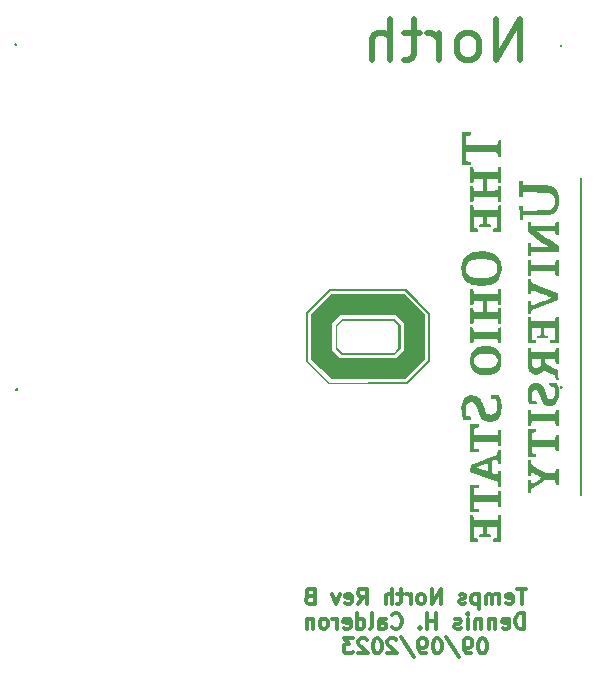
<source format=gbr>
%TF.GenerationSoftware,KiCad,Pcbnew,7.0.7*%
%TF.CreationDate,2023-09-12T23:31:05-05:00*%
%TF.ProjectId,Temps_North_DCT_HSK,54656d70-735f-44e6-9f72-74685f444354,B*%
%TF.SameCoordinates,Original*%
%TF.FileFunction,Legend,Bot*%
%TF.FilePolarity,Positive*%
%FSLAX46Y46*%
G04 Gerber Fmt 4.6, Leading zero omitted, Abs format (unit mm)*
G04 Created by KiCad (PCBNEW 7.0.7) date 2023-09-12 23:31:05*
%MOMM*%
%LPD*%
G01*
G04 APERTURE LIST*
%ADD10C,0.254000*%
%ADD11C,0.500000*%
%ADD12C,0.300000*%
G04 APERTURE END LIST*
D10*
X138861800Y-50927000D02*
G75*
G03*
X138861800Y-50927000I-25400J0D01*
G01*
X92680002Y-50830000D02*
G75*
G03*
X92680002Y-50830000I-1J0D01*
G01*
X92760800Y-80020000D02*
G75*
G03*
X92760800Y-80020000I-25400J0D01*
G01*
X138861800Y-79832200D02*
G75*
G03*
X138861800Y-79832200I-25400J0D01*
G01*
D11*
X135373619Y-52130767D02*
X135373619Y-48630767D01*
X135373619Y-48630767D02*
X133373619Y-52130767D01*
X133373619Y-52130767D02*
X133373619Y-48630767D01*
X131206952Y-52130767D02*
X131540286Y-51964101D01*
X131540286Y-51964101D02*
X131706952Y-51797434D01*
X131706952Y-51797434D02*
X131873619Y-51464101D01*
X131873619Y-51464101D02*
X131873619Y-50464101D01*
X131873619Y-50464101D02*
X131706952Y-50130767D01*
X131706952Y-50130767D02*
X131540286Y-49964101D01*
X131540286Y-49964101D02*
X131206952Y-49797434D01*
X131206952Y-49797434D02*
X130706952Y-49797434D01*
X130706952Y-49797434D02*
X130373619Y-49964101D01*
X130373619Y-49964101D02*
X130206952Y-50130767D01*
X130206952Y-50130767D02*
X130040286Y-50464101D01*
X130040286Y-50464101D02*
X130040286Y-51464101D01*
X130040286Y-51464101D02*
X130206952Y-51797434D01*
X130206952Y-51797434D02*
X130373619Y-51964101D01*
X130373619Y-51964101D02*
X130706952Y-52130767D01*
X130706952Y-52130767D02*
X131206952Y-52130767D01*
X128540285Y-52130767D02*
X128540285Y-49797434D01*
X128540285Y-50464101D02*
X128373619Y-50130767D01*
X128373619Y-50130767D02*
X128206952Y-49964101D01*
X128206952Y-49964101D02*
X127873619Y-49797434D01*
X127873619Y-49797434D02*
X127540285Y-49797434D01*
X126873618Y-49797434D02*
X125540285Y-49797434D01*
X126373618Y-48630767D02*
X126373618Y-51630767D01*
X126373618Y-51630767D02*
X126206952Y-51964101D01*
X126206952Y-51964101D02*
X125873618Y-52130767D01*
X125873618Y-52130767D02*
X125540285Y-52130767D01*
X124373618Y-52130767D02*
X124373618Y-48630767D01*
X122873618Y-52130767D02*
X122873618Y-50297434D01*
X122873618Y-50297434D02*
X123040285Y-49964101D01*
X123040285Y-49964101D02*
X123373618Y-49797434D01*
X123373618Y-49797434D02*
X123873618Y-49797434D01*
X123873618Y-49797434D02*
X124206952Y-49964101D01*
X124206952Y-49964101D02*
X124373618Y-50130767D01*
D12*
X135885970Y-96880404D02*
X135143113Y-96880404D01*
X135514541Y-98180404D02*
X135514541Y-96880404D01*
X134214542Y-98118500D02*
X134338351Y-98180404D01*
X134338351Y-98180404D02*
X134585970Y-98180404D01*
X134585970Y-98180404D02*
X134709780Y-98118500D01*
X134709780Y-98118500D02*
X134771684Y-97994690D01*
X134771684Y-97994690D02*
X134771684Y-97499452D01*
X134771684Y-97499452D02*
X134709780Y-97375642D01*
X134709780Y-97375642D02*
X134585970Y-97313738D01*
X134585970Y-97313738D02*
X134338351Y-97313738D01*
X134338351Y-97313738D02*
X134214542Y-97375642D01*
X134214542Y-97375642D02*
X134152637Y-97499452D01*
X134152637Y-97499452D02*
X134152637Y-97623261D01*
X134152637Y-97623261D02*
X134771684Y-97747071D01*
X133595494Y-98180404D02*
X133595494Y-97313738D01*
X133595494Y-97437547D02*
X133533589Y-97375642D01*
X133533589Y-97375642D02*
X133409779Y-97313738D01*
X133409779Y-97313738D02*
X133224065Y-97313738D01*
X133224065Y-97313738D02*
X133100256Y-97375642D01*
X133100256Y-97375642D02*
X133038351Y-97499452D01*
X133038351Y-97499452D02*
X133038351Y-98180404D01*
X133038351Y-97499452D02*
X132976446Y-97375642D01*
X132976446Y-97375642D02*
X132852637Y-97313738D01*
X132852637Y-97313738D02*
X132666922Y-97313738D01*
X132666922Y-97313738D02*
X132543113Y-97375642D01*
X132543113Y-97375642D02*
X132481208Y-97499452D01*
X132481208Y-97499452D02*
X132481208Y-98180404D01*
X131862161Y-97313738D02*
X131862161Y-98613738D01*
X131862161Y-97375642D02*
X131738351Y-97313738D01*
X131738351Y-97313738D02*
X131490732Y-97313738D01*
X131490732Y-97313738D02*
X131366923Y-97375642D01*
X131366923Y-97375642D02*
X131305018Y-97437547D01*
X131305018Y-97437547D02*
X131243113Y-97561357D01*
X131243113Y-97561357D02*
X131243113Y-97932785D01*
X131243113Y-97932785D02*
X131305018Y-98056595D01*
X131305018Y-98056595D02*
X131366923Y-98118500D01*
X131366923Y-98118500D02*
X131490732Y-98180404D01*
X131490732Y-98180404D02*
X131738351Y-98180404D01*
X131738351Y-98180404D02*
X131862161Y-98118500D01*
X130747875Y-98118500D02*
X130624066Y-98180404D01*
X130624066Y-98180404D02*
X130376447Y-98180404D01*
X130376447Y-98180404D02*
X130252637Y-98118500D01*
X130252637Y-98118500D02*
X130190733Y-97994690D01*
X130190733Y-97994690D02*
X130190733Y-97932785D01*
X130190733Y-97932785D02*
X130252637Y-97808976D01*
X130252637Y-97808976D02*
X130376447Y-97747071D01*
X130376447Y-97747071D02*
X130562161Y-97747071D01*
X130562161Y-97747071D02*
X130685971Y-97685166D01*
X130685971Y-97685166D02*
X130747875Y-97561357D01*
X130747875Y-97561357D02*
X130747875Y-97499452D01*
X130747875Y-97499452D02*
X130685971Y-97375642D01*
X130685971Y-97375642D02*
X130562161Y-97313738D01*
X130562161Y-97313738D02*
X130376447Y-97313738D01*
X130376447Y-97313738D02*
X130252637Y-97375642D01*
X128643114Y-98180404D02*
X128643114Y-96880404D01*
X128643114Y-96880404D02*
X127900257Y-98180404D01*
X127900257Y-98180404D02*
X127900257Y-96880404D01*
X127095494Y-98180404D02*
X127219304Y-98118500D01*
X127219304Y-98118500D02*
X127281209Y-98056595D01*
X127281209Y-98056595D02*
X127343113Y-97932785D01*
X127343113Y-97932785D02*
X127343113Y-97561357D01*
X127343113Y-97561357D02*
X127281209Y-97437547D01*
X127281209Y-97437547D02*
X127219304Y-97375642D01*
X127219304Y-97375642D02*
X127095494Y-97313738D01*
X127095494Y-97313738D02*
X126909780Y-97313738D01*
X126909780Y-97313738D02*
X126785971Y-97375642D01*
X126785971Y-97375642D02*
X126724066Y-97437547D01*
X126724066Y-97437547D02*
X126662161Y-97561357D01*
X126662161Y-97561357D02*
X126662161Y-97932785D01*
X126662161Y-97932785D02*
X126724066Y-98056595D01*
X126724066Y-98056595D02*
X126785971Y-98118500D01*
X126785971Y-98118500D02*
X126909780Y-98180404D01*
X126909780Y-98180404D02*
X127095494Y-98180404D01*
X126105019Y-98180404D02*
X126105019Y-97313738D01*
X126105019Y-97561357D02*
X126043114Y-97437547D01*
X126043114Y-97437547D02*
X125981209Y-97375642D01*
X125981209Y-97375642D02*
X125857400Y-97313738D01*
X125857400Y-97313738D02*
X125733590Y-97313738D01*
X125485971Y-97313738D02*
X124990733Y-97313738D01*
X125300257Y-96880404D02*
X125300257Y-97994690D01*
X125300257Y-97994690D02*
X125238352Y-98118500D01*
X125238352Y-98118500D02*
X125114542Y-98180404D01*
X125114542Y-98180404D02*
X124990733Y-98180404D01*
X124557400Y-98180404D02*
X124557400Y-96880404D01*
X124000257Y-98180404D02*
X124000257Y-97499452D01*
X124000257Y-97499452D02*
X124062162Y-97375642D01*
X124062162Y-97375642D02*
X124185971Y-97313738D01*
X124185971Y-97313738D02*
X124371685Y-97313738D01*
X124371685Y-97313738D02*
X124495495Y-97375642D01*
X124495495Y-97375642D02*
X124557400Y-97437547D01*
X121647877Y-98180404D02*
X122081210Y-97561357D01*
X122390734Y-98180404D02*
X122390734Y-96880404D01*
X122390734Y-96880404D02*
X121895496Y-96880404D01*
X121895496Y-96880404D02*
X121771686Y-96942309D01*
X121771686Y-96942309D02*
X121709781Y-97004214D01*
X121709781Y-97004214D02*
X121647877Y-97128023D01*
X121647877Y-97128023D02*
X121647877Y-97313738D01*
X121647877Y-97313738D02*
X121709781Y-97437547D01*
X121709781Y-97437547D02*
X121771686Y-97499452D01*
X121771686Y-97499452D02*
X121895496Y-97561357D01*
X121895496Y-97561357D02*
X122390734Y-97561357D01*
X120595496Y-98118500D02*
X120719305Y-98180404D01*
X120719305Y-98180404D02*
X120966924Y-98180404D01*
X120966924Y-98180404D02*
X121090734Y-98118500D01*
X121090734Y-98118500D02*
X121152638Y-97994690D01*
X121152638Y-97994690D02*
X121152638Y-97499452D01*
X121152638Y-97499452D02*
X121090734Y-97375642D01*
X121090734Y-97375642D02*
X120966924Y-97313738D01*
X120966924Y-97313738D02*
X120719305Y-97313738D01*
X120719305Y-97313738D02*
X120595496Y-97375642D01*
X120595496Y-97375642D02*
X120533591Y-97499452D01*
X120533591Y-97499452D02*
X120533591Y-97623261D01*
X120533591Y-97623261D02*
X121152638Y-97747071D01*
X120100257Y-97313738D02*
X119790733Y-98180404D01*
X119790733Y-98180404D02*
X119481210Y-97313738D01*
X117562162Y-97499452D02*
X117376448Y-97561357D01*
X117376448Y-97561357D02*
X117314543Y-97623261D01*
X117314543Y-97623261D02*
X117252639Y-97747071D01*
X117252639Y-97747071D02*
X117252639Y-97932785D01*
X117252639Y-97932785D02*
X117314543Y-98056595D01*
X117314543Y-98056595D02*
X117376448Y-98118500D01*
X117376448Y-98118500D02*
X117500258Y-98180404D01*
X117500258Y-98180404D02*
X117995496Y-98180404D01*
X117995496Y-98180404D02*
X117995496Y-96880404D01*
X117995496Y-96880404D02*
X117562162Y-96880404D01*
X117562162Y-96880404D02*
X117438353Y-96942309D01*
X117438353Y-96942309D02*
X117376448Y-97004214D01*
X117376448Y-97004214D02*
X117314543Y-97128023D01*
X117314543Y-97128023D02*
X117314543Y-97251833D01*
X117314543Y-97251833D02*
X117376448Y-97375642D01*
X117376448Y-97375642D02*
X117438353Y-97437547D01*
X117438353Y-97437547D02*
X117562162Y-97499452D01*
X117562162Y-97499452D02*
X117995496Y-97499452D01*
X135700256Y-100273404D02*
X135700256Y-98973404D01*
X135700256Y-98973404D02*
X135390732Y-98973404D01*
X135390732Y-98973404D02*
X135205018Y-99035309D01*
X135205018Y-99035309D02*
X135081208Y-99159119D01*
X135081208Y-99159119D02*
X135019303Y-99282928D01*
X135019303Y-99282928D02*
X134957399Y-99530547D01*
X134957399Y-99530547D02*
X134957399Y-99716261D01*
X134957399Y-99716261D02*
X135019303Y-99963880D01*
X135019303Y-99963880D02*
X135081208Y-100087690D01*
X135081208Y-100087690D02*
X135205018Y-100211500D01*
X135205018Y-100211500D02*
X135390732Y-100273404D01*
X135390732Y-100273404D02*
X135700256Y-100273404D01*
X133905018Y-100211500D02*
X134028827Y-100273404D01*
X134028827Y-100273404D02*
X134276446Y-100273404D01*
X134276446Y-100273404D02*
X134400256Y-100211500D01*
X134400256Y-100211500D02*
X134462160Y-100087690D01*
X134462160Y-100087690D02*
X134462160Y-99592452D01*
X134462160Y-99592452D02*
X134400256Y-99468642D01*
X134400256Y-99468642D02*
X134276446Y-99406738D01*
X134276446Y-99406738D02*
X134028827Y-99406738D01*
X134028827Y-99406738D02*
X133905018Y-99468642D01*
X133905018Y-99468642D02*
X133843113Y-99592452D01*
X133843113Y-99592452D02*
X133843113Y-99716261D01*
X133843113Y-99716261D02*
X134462160Y-99840071D01*
X133285970Y-99406738D02*
X133285970Y-100273404D01*
X133285970Y-99530547D02*
X133224065Y-99468642D01*
X133224065Y-99468642D02*
X133100255Y-99406738D01*
X133100255Y-99406738D02*
X132914541Y-99406738D01*
X132914541Y-99406738D02*
X132790732Y-99468642D01*
X132790732Y-99468642D02*
X132728827Y-99592452D01*
X132728827Y-99592452D02*
X132728827Y-100273404D01*
X132109780Y-99406738D02*
X132109780Y-100273404D01*
X132109780Y-99530547D02*
X132047875Y-99468642D01*
X132047875Y-99468642D02*
X131924065Y-99406738D01*
X131924065Y-99406738D02*
X131738351Y-99406738D01*
X131738351Y-99406738D02*
X131614542Y-99468642D01*
X131614542Y-99468642D02*
X131552637Y-99592452D01*
X131552637Y-99592452D02*
X131552637Y-100273404D01*
X130933590Y-100273404D02*
X130933590Y-99406738D01*
X130933590Y-98973404D02*
X130995494Y-99035309D01*
X130995494Y-99035309D02*
X130933590Y-99097214D01*
X130933590Y-99097214D02*
X130871685Y-99035309D01*
X130871685Y-99035309D02*
X130933590Y-98973404D01*
X130933590Y-98973404D02*
X130933590Y-99097214D01*
X130376446Y-100211500D02*
X130252637Y-100273404D01*
X130252637Y-100273404D02*
X130005018Y-100273404D01*
X130005018Y-100273404D02*
X129881208Y-100211500D01*
X129881208Y-100211500D02*
X129819304Y-100087690D01*
X129819304Y-100087690D02*
X129819304Y-100025785D01*
X129819304Y-100025785D02*
X129881208Y-99901976D01*
X129881208Y-99901976D02*
X130005018Y-99840071D01*
X130005018Y-99840071D02*
X130190732Y-99840071D01*
X130190732Y-99840071D02*
X130314542Y-99778166D01*
X130314542Y-99778166D02*
X130376446Y-99654357D01*
X130376446Y-99654357D02*
X130376446Y-99592452D01*
X130376446Y-99592452D02*
X130314542Y-99468642D01*
X130314542Y-99468642D02*
X130190732Y-99406738D01*
X130190732Y-99406738D02*
X130005018Y-99406738D01*
X130005018Y-99406738D02*
X129881208Y-99468642D01*
X128271685Y-100273404D02*
X128271685Y-98973404D01*
X128271685Y-99592452D02*
X127528828Y-99592452D01*
X127528828Y-100273404D02*
X127528828Y-98973404D01*
X126909780Y-100149595D02*
X126847875Y-100211500D01*
X126847875Y-100211500D02*
X126909780Y-100273404D01*
X126909780Y-100273404D02*
X126971684Y-100211500D01*
X126971684Y-100211500D02*
X126909780Y-100149595D01*
X126909780Y-100149595D02*
X126909780Y-100273404D01*
X124557399Y-100149595D02*
X124619303Y-100211500D01*
X124619303Y-100211500D02*
X124805018Y-100273404D01*
X124805018Y-100273404D02*
X124928827Y-100273404D01*
X124928827Y-100273404D02*
X125114541Y-100211500D01*
X125114541Y-100211500D02*
X125238351Y-100087690D01*
X125238351Y-100087690D02*
X125300256Y-99963880D01*
X125300256Y-99963880D02*
X125362160Y-99716261D01*
X125362160Y-99716261D02*
X125362160Y-99530547D01*
X125362160Y-99530547D02*
X125300256Y-99282928D01*
X125300256Y-99282928D02*
X125238351Y-99159119D01*
X125238351Y-99159119D02*
X125114541Y-99035309D01*
X125114541Y-99035309D02*
X124928827Y-98973404D01*
X124928827Y-98973404D02*
X124805018Y-98973404D01*
X124805018Y-98973404D02*
X124619303Y-99035309D01*
X124619303Y-99035309D02*
X124557399Y-99097214D01*
X123443113Y-100273404D02*
X123443113Y-99592452D01*
X123443113Y-99592452D02*
X123505018Y-99468642D01*
X123505018Y-99468642D02*
X123628827Y-99406738D01*
X123628827Y-99406738D02*
X123876446Y-99406738D01*
X123876446Y-99406738D02*
X124000256Y-99468642D01*
X123443113Y-100211500D02*
X123566922Y-100273404D01*
X123566922Y-100273404D02*
X123876446Y-100273404D01*
X123876446Y-100273404D02*
X124000256Y-100211500D01*
X124000256Y-100211500D02*
X124062160Y-100087690D01*
X124062160Y-100087690D02*
X124062160Y-99963880D01*
X124062160Y-99963880D02*
X124000256Y-99840071D01*
X124000256Y-99840071D02*
X123876446Y-99778166D01*
X123876446Y-99778166D02*
X123566922Y-99778166D01*
X123566922Y-99778166D02*
X123443113Y-99716261D01*
X122638351Y-100273404D02*
X122762161Y-100211500D01*
X122762161Y-100211500D02*
X122824066Y-100087690D01*
X122824066Y-100087690D02*
X122824066Y-98973404D01*
X121585971Y-100273404D02*
X121585971Y-98973404D01*
X121585971Y-100211500D02*
X121709780Y-100273404D01*
X121709780Y-100273404D02*
X121957399Y-100273404D01*
X121957399Y-100273404D02*
X122081209Y-100211500D01*
X122081209Y-100211500D02*
X122143114Y-100149595D01*
X122143114Y-100149595D02*
X122205018Y-100025785D01*
X122205018Y-100025785D02*
X122205018Y-99654357D01*
X122205018Y-99654357D02*
X122143114Y-99530547D01*
X122143114Y-99530547D02*
X122081209Y-99468642D01*
X122081209Y-99468642D02*
X121957399Y-99406738D01*
X121957399Y-99406738D02*
X121709780Y-99406738D01*
X121709780Y-99406738D02*
X121585971Y-99468642D01*
X120471686Y-100211500D02*
X120595495Y-100273404D01*
X120595495Y-100273404D02*
X120843114Y-100273404D01*
X120843114Y-100273404D02*
X120966924Y-100211500D01*
X120966924Y-100211500D02*
X121028828Y-100087690D01*
X121028828Y-100087690D02*
X121028828Y-99592452D01*
X121028828Y-99592452D02*
X120966924Y-99468642D01*
X120966924Y-99468642D02*
X120843114Y-99406738D01*
X120843114Y-99406738D02*
X120595495Y-99406738D01*
X120595495Y-99406738D02*
X120471686Y-99468642D01*
X120471686Y-99468642D02*
X120409781Y-99592452D01*
X120409781Y-99592452D02*
X120409781Y-99716261D01*
X120409781Y-99716261D02*
X121028828Y-99840071D01*
X119852638Y-100273404D02*
X119852638Y-99406738D01*
X119852638Y-99654357D02*
X119790733Y-99530547D01*
X119790733Y-99530547D02*
X119728828Y-99468642D01*
X119728828Y-99468642D02*
X119605019Y-99406738D01*
X119605019Y-99406738D02*
X119481209Y-99406738D01*
X118862161Y-100273404D02*
X118985971Y-100211500D01*
X118985971Y-100211500D02*
X119047876Y-100149595D01*
X119047876Y-100149595D02*
X119109780Y-100025785D01*
X119109780Y-100025785D02*
X119109780Y-99654357D01*
X119109780Y-99654357D02*
X119047876Y-99530547D01*
X119047876Y-99530547D02*
X118985971Y-99468642D01*
X118985971Y-99468642D02*
X118862161Y-99406738D01*
X118862161Y-99406738D02*
X118676447Y-99406738D01*
X118676447Y-99406738D02*
X118552638Y-99468642D01*
X118552638Y-99468642D02*
X118490733Y-99530547D01*
X118490733Y-99530547D02*
X118428828Y-99654357D01*
X118428828Y-99654357D02*
X118428828Y-100025785D01*
X118428828Y-100025785D02*
X118490733Y-100149595D01*
X118490733Y-100149595D02*
X118552638Y-100211500D01*
X118552638Y-100211500D02*
X118676447Y-100273404D01*
X118676447Y-100273404D02*
X118862161Y-100273404D01*
X117871686Y-99406738D02*
X117871686Y-100273404D01*
X117871686Y-99530547D02*
X117809781Y-99468642D01*
X117809781Y-99468642D02*
X117685971Y-99406738D01*
X117685971Y-99406738D02*
X117500257Y-99406738D01*
X117500257Y-99406738D02*
X117376448Y-99468642D01*
X117376448Y-99468642D02*
X117314543Y-99592452D01*
X117314543Y-99592452D02*
X117314543Y-100273404D01*
X132264542Y-101066404D02*
X132140732Y-101066404D01*
X132140732Y-101066404D02*
X132016923Y-101128309D01*
X132016923Y-101128309D02*
X131955018Y-101190214D01*
X131955018Y-101190214D02*
X131893113Y-101314023D01*
X131893113Y-101314023D02*
X131831208Y-101561642D01*
X131831208Y-101561642D02*
X131831208Y-101871166D01*
X131831208Y-101871166D02*
X131893113Y-102118785D01*
X131893113Y-102118785D02*
X131955018Y-102242595D01*
X131955018Y-102242595D02*
X132016923Y-102304500D01*
X132016923Y-102304500D02*
X132140732Y-102366404D01*
X132140732Y-102366404D02*
X132264542Y-102366404D01*
X132264542Y-102366404D02*
X132388351Y-102304500D01*
X132388351Y-102304500D02*
X132450256Y-102242595D01*
X132450256Y-102242595D02*
X132512161Y-102118785D01*
X132512161Y-102118785D02*
X132574065Y-101871166D01*
X132574065Y-101871166D02*
X132574065Y-101561642D01*
X132574065Y-101561642D02*
X132512161Y-101314023D01*
X132512161Y-101314023D02*
X132450256Y-101190214D01*
X132450256Y-101190214D02*
X132388351Y-101128309D01*
X132388351Y-101128309D02*
X132264542Y-101066404D01*
X131212161Y-102366404D02*
X130964542Y-102366404D01*
X130964542Y-102366404D02*
X130840732Y-102304500D01*
X130840732Y-102304500D02*
X130778828Y-102242595D01*
X130778828Y-102242595D02*
X130655018Y-102056880D01*
X130655018Y-102056880D02*
X130593113Y-101809261D01*
X130593113Y-101809261D02*
X130593113Y-101314023D01*
X130593113Y-101314023D02*
X130655018Y-101190214D01*
X130655018Y-101190214D02*
X130716923Y-101128309D01*
X130716923Y-101128309D02*
X130840732Y-101066404D01*
X130840732Y-101066404D02*
X131088351Y-101066404D01*
X131088351Y-101066404D02*
X131212161Y-101128309D01*
X131212161Y-101128309D02*
X131274066Y-101190214D01*
X131274066Y-101190214D02*
X131335970Y-101314023D01*
X131335970Y-101314023D02*
X131335970Y-101623547D01*
X131335970Y-101623547D02*
X131274066Y-101747357D01*
X131274066Y-101747357D02*
X131212161Y-101809261D01*
X131212161Y-101809261D02*
X131088351Y-101871166D01*
X131088351Y-101871166D02*
X130840732Y-101871166D01*
X130840732Y-101871166D02*
X130716923Y-101809261D01*
X130716923Y-101809261D02*
X130655018Y-101747357D01*
X130655018Y-101747357D02*
X130593113Y-101623547D01*
X129107399Y-101004500D02*
X130221685Y-102675928D01*
X128426447Y-101066404D02*
X128302637Y-101066404D01*
X128302637Y-101066404D02*
X128178828Y-101128309D01*
X128178828Y-101128309D02*
X128116923Y-101190214D01*
X128116923Y-101190214D02*
X128055018Y-101314023D01*
X128055018Y-101314023D02*
X127993113Y-101561642D01*
X127993113Y-101561642D02*
X127993113Y-101871166D01*
X127993113Y-101871166D02*
X128055018Y-102118785D01*
X128055018Y-102118785D02*
X128116923Y-102242595D01*
X128116923Y-102242595D02*
X128178828Y-102304500D01*
X128178828Y-102304500D02*
X128302637Y-102366404D01*
X128302637Y-102366404D02*
X128426447Y-102366404D01*
X128426447Y-102366404D02*
X128550256Y-102304500D01*
X128550256Y-102304500D02*
X128612161Y-102242595D01*
X128612161Y-102242595D02*
X128674066Y-102118785D01*
X128674066Y-102118785D02*
X128735970Y-101871166D01*
X128735970Y-101871166D02*
X128735970Y-101561642D01*
X128735970Y-101561642D02*
X128674066Y-101314023D01*
X128674066Y-101314023D02*
X128612161Y-101190214D01*
X128612161Y-101190214D02*
X128550256Y-101128309D01*
X128550256Y-101128309D02*
X128426447Y-101066404D01*
X127374066Y-102366404D02*
X127126447Y-102366404D01*
X127126447Y-102366404D02*
X127002637Y-102304500D01*
X127002637Y-102304500D02*
X126940733Y-102242595D01*
X126940733Y-102242595D02*
X126816923Y-102056880D01*
X126816923Y-102056880D02*
X126755018Y-101809261D01*
X126755018Y-101809261D02*
X126755018Y-101314023D01*
X126755018Y-101314023D02*
X126816923Y-101190214D01*
X126816923Y-101190214D02*
X126878828Y-101128309D01*
X126878828Y-101128309D02*
X127002637Y-101066404D01*
X127002637Y-101066404D02*
X127250256Y-101066404D01*
X127250256Y-101066404D02*
X127374066Y-101128309D01*
X127374066Y-101128309D02*
X127435971Y-101190214D01*
X127435971Y-101190214D02*
X127497875Y-101314023D01*
X127497875Y-101314023D02*
X127497875Y-101623547D01*
X127497875Y-101623547D02*
X127435971Y-101747357D01*
X127435971Y-101747357D02*
X127374066Y-101809261D01*
X127374066Y-101809261D02*
X127250256Y-101871166D01*
X127250256Y-101871166D02*
X127002637Y-101871166D01*
X127002637Y-101871166D02*
X126878828Y-101809261D01*
X126878828Y-101809261D02*
X126816923Y-101747357D01*
X126816923Y-101747357D02*
X126755018Y-101623547D01*
X125269304Y-101004500D02*
X126383590Y-102675928D01*
X124897875Y-101190214D02*
X124835971Y-101128309D01*
X124835971Y-101128309D02*
X124712161Y-101066404D01*
X124712161Y-101066404D02*
X124402637Y-101066404D01*
X124402637Y-101066404D02*
X124278828Y-101128309D01*
X124278828Y-101128309D02*
X124216923Y-101190214D01*
X124216923Y-101190214D02*
X124155018Y-101314023D01*
X124155018Y-101314023D02*
X124155018Y-101437833D01*
X124155018Y-101437833D02*
X124216923Y-101623547D01*
X124216923Y-101623547D02*
X124959780Y-102366404D01*
X124959780Y-102366404D02*
X124155018Y-102366404D01*
X123350257Y-101066404D02*
X123226447Y-101066404D01*
X123226447Y-101066404D02*
X123102638Y-101128309D01*
X123102638Y-101128309D02*
X123040733Y-101190214D01*
X123040733Y-101190214D02*
X122978828Y-101314023D01*
X122978828Y-101314023D02*
X122916923Y-101561642D01*
X122916923Y-101561642D02*
X122916923Y-101871166D01*
X122916923Y-101871166D02*
X122978828Y-102118785D01*
X122978828Y-102118785D02*
X123040733Y-102242595D01*
X123040733Y-102242595D02*
X123102638Y-102304500D01*
X123102638Y-102304500D02*
X123226447Y-102366404D01*
X123226447Y-102366404D02*
X123350257Y-102366404D01*
X123350257Y-102366404D02*
X123474066Y-102304500D01*
X123474066Y-102304500D02*
X123535971Y-102242595D01*
X123535971Y-102242595D02*
X123597876Y-102118785D01*
X123597876Y-102118785D02*
X123659780Y-101871166D01*
X123659780Y-101871166D02*
X123659780Y-101561642D01*
X123659780Y-101561642D02*
X123597876Y-101314023D01*
X123597876Y-101314023D02*
X123535971Y-101190214D01*
X123535971Y-101190214D02*
X123474066Y-101128309D01*
X123474066Y-101128309D02*
X123350257Y-101066404D01*
X122421685Y-101190214D02*
X122359781Y-101128309D01*
X122359781Y-101128309D02*
X122235971Y-101066404D01*
X122235971Y-101066404D02*
X121926447Y-101066404D01*
X121926447Y-101066404D02*
X121802638Y-101128309D01*
X121802638Y-101128309D02*
X121740733Y-101190214D01*
X121740733Y-101190214D02*
X121678828Y-101314023D01*
X121678828Y-101314023D02*
X121678828Y-101437833D01*
X121678828Y-101437833D02*
X121740733Y-101623547D01*
X121740733Y-101623547D02*
X122483590Y-102366404D01*
X122483590Y-102366404D02*
X121678828Y-102366404D01*
X121245495Y-101066404D02*
X120440733Y-101066404D01*
X120440733Y-101066404D02*
X120874067Y-101561642D01*
X120874067Y-101561642D02*
X120688352Y-101561642D01*
X120688352Y-101561642D02*
X120564543Y-101623547D01*
X120564543Y-101623547D02*
X120502638Y-101685452D01*
X120502638Y-101685452D02*
X120440733Y-101809261D01*
X120440733Y-101809261D02*
X120440733Y-102118785D01*
X120440733Y-102118785D02*
X120502638Y-102242595D01*
X120502638Y-102242595D02*
X120564543Y-102304500D01*
X120564543Y-102304500D02*
X120688352Y-102366404D01*
X120688352Y-102366404D02*
X121059781Y-102366404D01*
X121059781Y-102366404D02*
X121183590Y-102304500D01*
X121183590Y-102304500D02*
X121245495Y-102242595D01*
%TO.C,G\u002A\u002A\u002A*%
G36*
X140615600Y-88994886D02*
G01*
X140420964Y-88994886D01*
X140420964Y-62135115D01*
X140615600Y-62135115D01*
X140615600Y-88994886D01*
G37*
G36*
X131889419Y-88337719D02*
G01*
X131694783Y-88359739D01*
X131500147Y-88381760D01*
X131500147Y-88962446D01*
X133475725Y-88962446D01*
X133497745Y-88767810D01*
X133519766Y-88573174D01*
X133770900Y-88573174D01*
X133770900Y-89935626D01*
X133519766Y-89935626D01*
X133497745Y-89740990D01*
X133475725Y-89546354D01*
X131500147Y-89546354D01*
X131500147Y-90127041D01*
X131694783Y-90149061D01*
X131889419Y-90171082D01*
X131889419Y-90422216D01*
X131175754Y-90422216D01*
X131175754Y-88086584D01*
X131889419Y-88086584D01*
X131889419Y-88337719D01*
G37*
G36*
X136339978Y-69433966D02*
G01*
X138340871Y-69433966D01*
X138361500Y-69279879D01*
X138371162Y-69210296D01*
X138389159Y-69117219D01*
X138414072Y-69067760D01*
X138455302Y-69048169D01*
X138522245Y-69044694D01*
X138636801Y-69044694D01*
X138636801Y-70411063D01*
X138515153Y-70400994D01*
X138500668Y-70399782D01*
X138438129Y-70390504D01*
X138402972Y-70365644D01*
X138382870Y-70309007D01*
X138365494Y-70204400D01*
X138337482Y-70017874D01*
X136339978Y-70017874D01*
X136294798Y-70407146D01*
X136041654Y-70407146D01*
X136041654Y-69044694D01*
X136294798Y-69044694D01*
X136339978Y-69433966D01*
G37*
G36*
X125676881Y-71544923D02*
G01*
X125774604Y-71544959D01*
X126772114Y-72520647D01*
X127769623Y-73496334D01*
X127769623Y-77592073D01*
X126772310Y-78589775D01*
X125774997Y-79587478D01*
X119204963Y-79587478D01*
X117226839Y-77631990D01*
X117226839Y-77560439D01*
X117421475Y-77560439D01*
X118359676Y-78498221D01*
X119297877Y-79436004D01*
X125709725Y-79392180D01*
X127574987Y-77528000D01*
X127574987Y-73602008D01*
X125676881Y-71704720D01*
X119286317Y-71704720D01*
X117421475Y-73570394D01*
X117421475Y-77560439D01*
X117226839Y-77560439D01*
X117226839Y-73505495D01*
X118207930Y-72524009D01*
X119189020Y-71542523D01*
X125676881Y-71544923D01*
G37*
G36*
X124669921Y-74007912D02*
G01*
X124735190Y-74007912D01*
X125003492Y-74274821D01*
X125271794Y-74541729D01*
X125271794Y-76591551D01*
X125000024Y-76856820D01*
X124728253Y-77122089D01*
X120300649Y-77122089D01*
X119757107Y-76591551D01*
X119757107Y-76491262D01*
X119919304Y-76491262D01*
X120139084Y-76709357D01*
X120358863Y-76927453D01*
X124673541Y-76927453D01*
X124875350Y-76723834D01*
X125077158Y-76520215D01*
X125077158Y-74606166D01*
X124873540Y-74404357D01*
X124669921Y-74202548D01*
X120355495Y-74202548D01*
X120137400Y-74422328D01*
X119919304Y-74642108D01*
X119919304Y-76491262D01*
X119757107Y-76491262D01*
X119757107Y-74544517D01*
X120024016Y-74276214D01*
X120290924Y-74007912D01*
X124669921Y-74007912D01*
G37*
G36*
X124832804Y-71931795D02*
G01*
X125579534Y-71931795D01*
X126463723Y-72815546D01*
X127347912Y-73699296D01*
X127347912Y-77427495D01*
X125614008Y-79165767D01*
X119416937Y-79165767D01*
X118548963Y-78298240D01*
X117680990Y-77430713D01*
X117680990Y-76685264D01*
X119465153Y-76685264D01*
X119814406Y-77033434D01*
X120163658Y-77381603D01*
X124867462Y-77381603D01*
X125199386Y-77048546D01*
X125531309Y-76715489D01*
X125531309Y-74412298D01*
X125182057Y-74064128D01*
X124832804Y-73715958D01*
X120193980Y-73715958D01*
X119829567Y-74081408D01*
X119465153Y-74446859D01*
X119465153Y-76685264D01*
X117680990Y-76685264D01*
X117680990Y-73700173D01*
X118564741Y-72815984D01*
X119448491Y-71931795D01*
X124832804Y-71931795D01*
G37*
G36*
X136755319Y-83636025D02*
G01*
X136366047Y-83681205D01*
X136366047Y-84258743D01*
X138337482Y-84258743D01*
X138365494Y-84072216D01*
X138368838Y-84050008D01*
X138385804Y-83954847D01*
X138407627Y-83904859D01*
X138446634Y-83883848D01*
X138515153Y-83875622D01*
X138636801Y-83865554D01*
X138636801Y-85235839D01*
X138515153Y-85225771D01*
X138500668Y-85224558D01*
X138438129Y-85215280D01*
X138402972Y-85190420D01*
X138382870Y-85133784D01*
X138365494Y-85029177D01*
X138337482Y-84842651D01*
X136366047Y-84842651D01*
X136366047Y-85423337D01*
X136560683Y-85445358D01*
X136755319Y-85467378D01*
X136755319Y-85718513D01*
X136041654Y-85718513D01*
X136041654Y-83382880D01*
X136755319Y-83382880D01*
X136755319Y-83636025D01*
G37*
G36*
X138636801Y-83094843D02*
G01*
X138515153Y-83084775D01*
X138500157Y-83083519D01*
X138437891Y-83074214D01*
X138402872Y-83049260D01*
X138382812Y-82992484D01*
X138365425Y-82887717D01*
X138337345Y-82700728D01*
X137343586Y-82709301D01*
X136349828Y-82717874D01*
X136290668Y-83090926D01*
X136040338Y-83090926D01*
X136057874Y-81744694D01*
X136171411Y-81744694D01*
X136184658Y-81744708D01*
X136243189Y-81748861D01*
X136276310Y-81771087D01*
X136295680Y-81826752D01*
X136312961Y-81931220D01*
X136340973Y-82117746D01*
X138340871Y-82117746D01*
X138361500Y-81963660D01*
X138371162Y-81894076D01*
X138389159Y-81800999D01*
X138414072Y-81751540D01*
X138455302Y-81731949D01*
X138522245Y-81728474D01*
X138636801Y-81728474D01*
X138636801Y-83094843D01*
G37*
G36*
X133770900Y-76116469D02*
G01*
X133520423Y-76116469D01*
X133501121Y-75953500D01*
X133493390Y-75896215D01*
X133477176Y-75807526D01*
X133462249Y-75758864D01*
X133431594Y-75750546D01*
X133339873Y-75742526D01*
X133191951Y-75736036D01*
X132992410Y-75731222D01*
X132745833Y-75728227D01*
X132456804Y-75727197D01*
X131470929Y-75727197D01*
X131448909Y-75921833D01*
X131426888Y-76116469D01*
X131175754Y-76116469D01*
X131175754Y-74750101D01*
X131297401Y-74760169D01*
X131311886Y-74761381D01*
X131374425Y-74770659D01*
X131409582Y-74795520D01*
X131429684Y-74852156D01*
X131447060Y-74956763D01*
X131475072Y-75143289D01*
X133471582Y-75143289D01*
X133499594Y-74956763D01*
X133502938Y-74934555D01*
X133519904Y-74839394D01*
X133541727Y-74789405D01*
X133580734Y-74768395D01*
X133649253Y-74760169D01*
X133770900Y-74750101D01*
X133770900Y-76116469D01*
G37*
G36*
X131889419Y-83089457D02*
G01*
X131889227Y-83119698D01*
X131880675Y-83188192D01*
X131846179Y-83220115D01*
X131767771Y-83237303D01*
X131689278Y-83249552D01*
X131589877Y-83268031D01*
X131533006Y-83294263D01*
X131506923Y-83342492D01*
X131499884Y-83426962D01*
X131500147Y-83561915D01*
X131500147Y-83837031D01*
X133474278Y-83837031D01*
X133496570Y-83658615D01*
X133518861Y-83480198D01*
X133770900Y-83480198D01*
X133770900Y-84810211D01*
X133518861Y-84810211D01*
X133496570Y-84631795D01*
X133474278Y-84453379D01*
X131500147Y-84453379D01*
X131500147Y-84730131D01*
X131500091Y-84795184D01*
X131502862Y-84910069D01*
X131517782Y-84979584D01*
X131554841Y-85017444D01*
X131624027Y-85037368D01*
X131735332Y-85053072D01*
X131889419Y-85073701D01*
X131889419Y-85329241D01*
X131175754Y-85329241D01*
X131175754Y-82961169D01*
X131889419Y-82961169D01*
X131889419Y-83089457D01*
G37*
G36*
X131297401Y-90655443D02*
G01*
X131311886Y-90656656D01*
X131374425Y-90665934D01*
X131409582Y-90690794D01*
X131429684Y-90747431D01*
X131447060Y-90852038D01*
X131475072Y-91038564D01*
X133475725Y-91038564D01*
X133497745Y-90843928D01*
X133519766Y-90649292D01*
X133770900Y-90649292D01*
X133770900Y-92887606D01*
X133089674Y-92887606D01*
X133089674Y-92633040D01*
X133259981Y-92605968D01*
X133430287Y-92578896D01*
X133448241Y-91622472D01*
X132570645Y-91622472D01*
X132570645Y-92230461D01*
X132732842Y-92251977D01*
X132815118Y-92264210D01*
X132870561Y-92283085D01*
X132891680Y-92319094D01*
X132895038Y-92385913D01*
X132895038Y-92498334D01*
X131921858Y-92498334D01*
X131921858Y-92389359D01*
X131924413Y-92331188D01*
X131942944Y-92292731D01*
X131993510Y-92270497D01*
X132092165Y-92251491D01*
X132262471Y-92222599D01*
X132271798Y-91922536D01*
X132281126Y-91622472D01*
X131498413Y-91622472D01*
X131516367Y-92578896D01*
X131686673Y-92605968D01*
X131856980Y-92633040D01*
X131856980Y-92887606D01*
X131175754Y-92887606D01*
X131175754Y-90645375D01*
X131297401Y-90655443D01*
G37*
G36*
X133770900Y-66644183D02*
G01*
X133089674Y-66644183D01*
X133089674Y-66389337D01*
X133268091Y-66367045D01*
X133446507Y-66344754D01*
X133446507Y-65379049D01*
X132570645Y-65379049D01*
X132570645Y-65989308D01*
X132732842Y-66011616D01*
X132813667Y-66024019D01*
X132869910Y-66043078D01*
X132891515Y-66078692D01*
X132895038Y-66144417D01*
X132895038Y-66254911D01*
X131917748Y-66254911D01*
X131927913Y-66151037D01*
X131933404Y-66110154D01*
X131953992Y-66064502D01*
X132003803Y-66036755D01*
X132100275Y-66012941D01*
X132262471Y-65978718D01*
X132262471Y-65395269D01*
X131881309Y-65386129D01*
X131500147Y-65376990D01*
X131500147Y-66344754D01*
X131678563Y-66367045D01*
X131856980Y-66389337D01*
X131856980Y-66644183D01*
X131175754Y-66644183D01*
X131175754Y-64401953D01*
X131297401Y-64412021D01*
X131311886Y-64413233D01*
X131374425Y-64422511D01*
X131409582Y-64447372D01*
X131429684Y-64504008D01*
X131447060Y-64608615D01*
X131475072Y-64795141D01*
X133471582Y-64795141D01*
X133499594Y-64608615D01*
X133502938Y-64586406D01*
X133519904Y-64491246D01*
X133541727Y-64441257D01*
X133580734Y-64420247D01*
X133649253Y-64412021D01*
X133770900Y-64401953D01*
X133770900Y-66644183D01*
G37*
G36*
X138636801Y-76084030D02*
G01*
X137955575Y-76084030D01*
X137955575Y-75829184D01*
X138312407Y-75784600D01*
X138312407Y-74818896D01*
X137436545Y-74818896D01*
X137436545Y-75433009D01*
X137598742Y-75454525D01*
X137679066Y-75466446D01*
X137735598Y-75485143D01*
X137757365Y-75520337D01*
X137760939Y-75585399D01*
X137760939Y-75694758D01*
X136783648Y-75694758D01*
X136793813Y-75590884D01*
X136799304Y-75550001D01*
X136819892Y-75504349D01*
X136869703Y-75476602D01*
X136966175Y-75452788D01*
X137128372Y-75418565D01*
X137128372Y-74835115D01*
X136747210Y-74825976D01*
X136366047Y-74816837D01*
X136366047Y-75784600D01*
X136544464Y-75806892D01*
X136722880Y-75829184D01*
X136722880Y-76084030D01*
X136040802Y-76084030D01*
X136049338Y-74972983D01*
X136057874Y-73861935D01*
X136171411Y-73861935D01*
X136184658Y-73861949D01*
X136243189Y-73866102D01*
X136276310Y-73888329D01*
X136295680Y-73943993D01*
X136312961Y-74048462D01*
X136340973Y-74234988D01*
X138340871Y-74234988D01*
X138361500Y-74080901D01*
X138371162Y-74011318D01*
X138389159Y-73918241D01*
X138414072Y-73868782D01*
X138455302Y-73849190D01*
X138522245Y-73845716D01*
X138636801Y-73845716D01*
X138636801Y-76084030D01*
G37*
G36*
X138636801Y-66972493D02*
G01*
X138515153Y-66962425D01*
X138500668Y-66961212D01*
X138438129Y-66951934D01*
X138402972Y-66927074D01*
X138382870Y-66870437D01*
X138365494Y-66765831D01*
X138337482Y-66579304D01*
X136803978Y-66581638D01*
X136895965Y-66656894D01*
X136909143Y-66667218D01*
X136976869Y-66717493D01*
X137087452Y-66797726D01*
X137233524Y-66902636D01*
X137407714Y-67026943D01*
X137602656Y-67165366D01*
X137810979Y-67312624D01*
X138634007Y-67893098D01*
X138636801Y-68363468D01*
X136339978Y-68363468D01*
X136294798Y-68752740D01*
X136041654Y-68752740D01*
X136041654Y-67584924D01*
X136294798Y-67584924D01*
X136339978Y-67974196D01*
X137807814Y-67974196D01*
X137592848Y-67820109D01*
X137542066Y-67783692D01*
X137426191Y-67700542D01*
X137274598Y-67591722D01*
X137097623Y-67464654D01*
X136905600Y-67326755D01*
X136708866Y-67185448D01*
X136039850Y-66704874D01*
X136057874Y-65816980D01*
X136171411Y-65816980D01*
X136184658Y-65816994D01*
X136243189Y-65821147D01*
X136276310Y-65843373D01*
X136295680Y-65899038D01*
X136312961Y-66003506D01*
X136340973Y-66190032D01*
X138340871Y-66190032D01*
X138361500Y-66035946D01*
X138371162Y-65966363D01*
X138389159Y-65873285D01*
X138414072Y-65823826D01*
X138455302Y-65804235D01*
X138522245Y-65800760D01*
X138636801Y-65800760D01*
X138636801Y-66972493D01*
G37*
G36*
X136315733Y-86154427D02*
G01*
X136337772Y-86330827D01*
X136935945Y-86722115D01*
X137534117Y-87113404D01*
X138337482Y-87113404D01*
X138365494Y-86926878D01*
X138368838Y-86904670D01*
X138385804Y-86809509D01*
X138407627Y-86759520D01*
X138446634Y-86738510D01*
X138515153Y-86730284D01*
X138636801Y-86720216D01*
X138636801Y-88086584D01*
X138522245Y-88086584D01*
X138483918Y-88085955D01*
X138431414Y-88075883D01*
X138399775Y-88042600D01*
X138379604Y-87972356D01*
X138361500Y-87851399D01*
X138340871Y-87697312D01*
X137500747Y-87697312D01*
X136919324Y-88071866D01*
X136337901Y-88446421D01*
X136315797Y-88623335D01*
X136293693Y-88800250D01*
X136041654Y-88800250D01*
X136041654Y-87664873D01*
X136290668Y-87664873D01*
X136320248Y-87842959D01*
X136349828Y-88021044D01*
X136690441Y-87807827D01*
X136827346Y-87722043D01*
X136952327Y-87643574D01*
X137049834Y-87582191D01*
X137106099Y-87546547D01*
X137117807Y-87538870D01*
X137139530Y-87519273D01*
X137140244Y-87497046D01*
X137113194Y-87465761D01*
X137051627Y-87418992D01*
X136948789Y-87350312D01*
X136797926Y-87253295D01*
X136753008Y-87224620D01*
X136615888Y-87137922D01*
X136500109Y-87065940D01*
X136416727Y-87015498D01*
X136376798Y-86993419D01*
X136362428Y-86995727D01*
X136336834Y-87047474D01*
X136316292Y-87159606D01*
X136293693Y-87340479D01*
X136041654Y-87340479D01*
X136041654Y-85978027D01*
X136293693Y-85978027D01*
X136315733Y-86154427D01*
G37*
G36*
X131208193Y-58371534D02*
G01*
X131208203Y-58382732D01*
X131206071Y-58445079D01*
X131190984Y-58484491D01*
X131150199Y-58509473D01*
X131070975Y-58528531D01*
X130940568Y-58550170D01*
X130818921Y-58569728D01*
X130818921Y-59312893D01*
X132130528Y-59312893D01*
X132215341Y-59312922D01*
X132529662Y-59313392D01*
X132786469Y-59313606D01*
X132991691Y-59312473D01*
X133151256Y-59308901D01*
X133271094Y-59301798D01*
X133357134Y-59290072D01*
X133415305Y-59272631D01*
X133451536Y-59248384D01*
X133471757Y-59216238D01*
X133481897Y-59175101D01*
X133487884Y-59123882D01*
X133495648Y-59061488D01*
X133504133Y-59010382D01*
X133523909Y-58950242D01*
X133564105Y-58927291D01*
X133643994Y-58923621D01*
X133770900Y-58923621D01*
X133770900Y-60318513D01*
X133643994Y-60318513D01*
X133596861Y-60317929D01*
X133539741Y-60306606D01*
X133512427Y-60266815D01*
X133495648Y-60180645D01*
X133493301Y-60164565D01*
X133486506Y-60104958D01*
X133480062Y-60056262D01*
X133468040Y-60017387D01*
X133444511Y-59987240D01*
X133403546Y-59964729D01*
X133339215Y-59948762D01*
X133245590Y-59938247D01*
X133116742Y-59932093D01*
X132946740Y-59929207D01*
X132729657Y-59928498D01*
X132459563Y-59928873D01*
X132130528Y-59929241D01*
X130818921Y-59929241D01*
X130818921Y-60301675D01*
X130818589Y-60392719D01*
X130818974Y-60525142D01*
X130827028Y-60610825D01*
X130850282Y-60661642D01*
X130896267Y-60689463D01*
X130972511Y-60706160D01*
X131086545Y-60723605D01*
X131115193Y-60728414D01*
X131178838Y-60747665D01*
X131203849Y-60788065D01*
X131208193Y-60871451D01*
X131208193Y-60999739D01*
X130462088Y-60999739D01*
X130462088Y-58242395D01*
X131208193Y-58242395D01*
X131208193Y-58371534D01*
G37*
G36*
X136320248Y-70817151D02*
G01*
X136349828Y-71000080D01*
X137436545Y-71410496D01*
X137667769Y-71497834D01*
X137905017Y-71587474D01*
X138117977Y-71667967D01*
X138299367Y-71736558D01*
X138441906Y-71790493D01*
X138538312Y-71827020D01*
X138581303Y-71843384D01*
X138593969Y-71849311D01*
X138617096Y-71873977D01*
X138629386Y-71923274D01*
X138632966Y-72010566D01*
X138629962Y-72149219D01*
X138620581Y-72432582D01*
X137485204Y-72858162D01*
X136349828Y-73283741D01*
X136320248Y-73467410D01*
X136290668Y-73651080D01*
X136040122Y-73651080D01*
X136048998Y-73091501D01*
X136057874Y-72531923D01*
X136171024Y-72531923D01*
X136234637Y-72535304D01*
X136271515Y-72555784D01*
X136294455Y-72608937D01*
X136316255Y-72710339D01*
X136333874Y-72784891D01*
X136359962Y-72857301D01*
X136382879Y-72883013D01*
X136394250Y-72880047D01*
X136460084Y-72858405D01*
X136571492Y-72819335D01*
X136718786Y-72766431D01*
X136892277Y-72703286D01*
X137082276Y-72633494D01*
X137279097Y-72560648D01*
X137473050Y-72488342D01*
X137654446Y-72420169D01*
X137813598Y-72359723D01*
X137940816Y-72310598D01*
X138026413Y-72276387D01*
X138060701Y-72260683D01*
X138044077Y-72249468D01*
X137975853Y-72218394D01*
X137863709Y-72171427D01*
X137716881Y-72112112D01*
X137544605Y-72043992D01*
X137356116Y-71970612D01*
X137160649Y-71895516D01*
X136967440Y-71822249D01*
X136785723Y-71754356D01*
X136624735Y-71695380D01*
X136493710Y-71648866D01*
X136401884Y-71618358D01*
X136358493Y-71607402D01*
X136348120Y-71623481D01*
X136331481Y-71688285D01*
X136315985Y-71785818D01*
X136293693Y-71964234D01*
X136041654Y-71964234D01*
X136041654Y-70634221D01*
X136290668Y-70634221D01*
X136320248Y-70817151D01*
G37*
G36*
X131297401Y-61200526D02*
G01*
X131311886Y-61201739D01*
X131374425Y-61211017D01*
X131409582Y-61235877D01*
X131429684Y-61292514D01*
X131447060Y-61397121D01*
X131475072Y-61583647D01*
X133475725Y-61583647D01*
X133497745Y-61389011D01*
X133519766Y-61194375D01*
X133770900Y-61194375D01*
X133770900Y-62560743D01*
X133649253Y-62550675D01*
X133634768Y-62549462D01*
X133572229Y-62540184D01*
X133537072Y-62515324D01*
X133516970Y-62458688D01*
X133499594Y-62354081D01*
X133471582Y-62167555D01*
X132570645Y-62167555D01*
X132570645Y-63173174D01*
X133006662Y-63173174D01*
X133030543Y-63173132D01*
X133196526Y-63170293D01*
X133331278Y-63163557D01*
X133423589Y-63153702D01*
X133462249Y-63141508D01*
X133470056Y-63120995D01*
X133486301Y-63047154D01*
X133501121Y-62946872D01*
X133520423Y-62783902D01*
X133770900Y-62783902D01*
X133770900Y-64150271D01*
X133649253Y-64140203D01*
X133634768Y-64138990D01*
X133572229Y-64129712D01*
X133537072Y-64104852D01*
X133516970Y-64048215D01*
X133499594Y-63943608D01*
X133471582Y-63757082D01*
X131475072Y-63757082D01*
X131447060Y-63943608D01*
X131443716Y-63965817D01*
X131426750Y-64060977D01*
X131404927Y-64110966D01*
X131365920Y-64131976D01*
X131297401Y-64140203D01*
X131175754Y-64150271D01*
X131175754Y-62779986D01*
X131297401Y-62790054D01*
X131311886Y-62791266D01*
X131374425Y-62800544D01*
X131409582Y-62825405D01*
X131429684Y-62882041D01*
X131447060Y-62986648D01*
X131475072Y-63173174D01*
X132246252Y-63173174D01*
X132246252Y-62167555D01*
X131475072Y-62167555D01*
X131447060Y-62354081D01*
X131443716Y-62376289D01*
X131426750Y-62471450D01*
X131404927Y-62521438D01*
X131365920Y-62542449D01*
X131297401Y-62550675D01*
X131175754Y-62560743D01*
X131175754Y-61190458D01*
X131297401Y-61200526D01*
G37*
G36*
X131297401Y-71516235D02*
G01*
X131311886Y-71517448D01*
X131374425Y-71526726D01*
X131409582Y-71551586D01*
X131429684Y-71608223D01*
X131447060Y-71712829D01*
X131475072Y-71899356D01*
X133475725Y-71899356D01*
X133497745Y-71704720D01*
X133519766Y-71510084D01*
X133770900Y-71510084D01*
X133770900Y-72876452D01*
X133649253Y-72866384D01*
X133634768Y-72865171D01*
X133572229Y-72855893D01*
X133537072Y-72831033D01*
X133516970Y-72774397D01*
X133499594Y-72669790D01*
X133471582Y-72483264D01*
X132570645Y-72483264D01*
X132570645Y-73488883D01*
X133006662Y-73488883D01*
X133030543Y-73488841D01*
X133196526Y-73486002D01*
X133331278Y-73479266D01*
X133423589Y-73469411D01*
X133462249Y-73457216D01*
X133470056Y-73436704D01*
X133486301Y-73362862D01*
X133501121Y-73262580D01*
X133520423Y-73099611D01*
X133770900Y-73099611D01*
X133770900Y-74465979D01*
X133649253Y-74455911D01*
X133634768Y-74454699D01*
X133572229Y-74445421D01*
X133537072Y-74420561D01*
X133516970Y-74363924D01*
X133499594Y-74259317D01*
X133471582Y-74072791D01*
X131475072Y-74072791D01*
X131447060Y-74259317D01*
X131443716Y-74281526D01*
X131426750Y-74376686D01*
X131404927Y-74426675D01*
X131365920Y-74447685D01*
X131297401Y-74455911D01*
X131175754Y-74465979D01*
X131175754Y-73095695D01*
X131295834Y-73105763D01*
X131297329Y-73105888D01*
X131365618Y-73114919D01*
X131404821Y-73138322D01*
X131428426Y-73192598D01*
X131449921Y-73294247D01*
X131483927Y-73472663D01*
X131865089Y-73481803D01*
X132246252Y-73490942D01*
X132246252Y-72483264D01*
X131475072Y-72483264D01*
X131447060Y-72669790D01*
X131443716Y-72691998D01*
X131426750Y-72787159D01*
X131404927Y-72837147D01*
X131365920Y-72858158D01*
X131297401Y-72866384D01*
X131175754Y-72876452D01*
X131175754Y-71506167D01*
X131297401Y-71516235D01*
G37*
G36*
X133770900Y-86306337D02*
G01*
X133649386Y-86296269D01*
X133582325Y-86288174D01*
X133541260Y-86266508D01*
X133518809Y-86214767D01*
X133500935Y-86115894D01*
X133489318Y-86056210D01*
X133462442Y-85975613D01*
X133433324Y-85945588D01*
X133392187Y-85954623D01*
X133306980Y-85982897D01*
X133200613Y-86023717D01*
X133008576Y-86101846D01*
X133008576Y-87088287D01*
X133235651Y-87178713D01*
X133462727Y-87269139D01*
X133495928Y-87085844D01*
X133498297Y-87072785D01*
X133518522Y-86974962D01*
X133541907Y-86923150D01*
X133581417Y-86901078D01*
X133650014Y-86892480D01*
X133770900Y-86882412D01*
X133770900Y-88252697D01*
X133649253Y-88242629D01*
X133639754Y-88241838D01*
X133574551Y-88232789D01*
X133538047Y-88208808D01*
X133517519Y-88153479D01*
X133500240Y-88050385D01*
X133472874Y-87868208D01*
X132819014Y-87615718D01*
X132602524Y-87532039D01*
X132349176Y-87433956D01*
X132095698Y-87335683D01*
X131862312Y-87245060D01*
X131669242Y-87169929D01*
X131173330Y-86976629D01*
X131182652Y-86696545D01*
X131186052Y-86594375D01*
X131727222Y-86594375D01*
X131731216Y-86598197D01*
X131778923Y-86621509D01*
X131870511Y-86659906D01*
X131993318Y-86708628D01*
X132134678Y-86762914D01*
X132281927Y-86818006D01*
X132422402Y-86869141D01*
X132543437Y-86911560D01*
X132632369Y-86940502D01*
X132676532Y-86951207D01*
X132684816Y-86928922D01*
X132692891Y-86853643D01*
X132698379Y-86737763D01*
X132700402Y-86594375D01*
X132698912Y-86470548D01*
X132693876Y-86349828D01*
X132686124Y-86267796D01*
X132676532Y-86237542D01*
X132666363Y-86239043D01*
X132604346Y-86256975D01*
X132502195Y-86291402D01*
X132372576Y-86337564D01*
X132228153Y-86390699D01*
X132081589Y-86446048D01*
X131945550Y-86498851D01*
X131832700Y-86544346D01*
X131755702Y-86577774D01*
X131727222Y-86594375D01*
X131186052Y-86594375D01*
X131191973Y-86416461D01*
X132327350Y-85977287D01*
X132676532Y-85842221D01*
X133462727Y-85538114D01*
X133521887Y-85167044D01*
X133770900Y-85167044D01*
X133770900Y-86306337D01*
G37*
G36*
X132294737Y-68322336D02*
G01*
X132657469Y-68361026D01*
X132970270Y-68440847D01*
X133233533Y-68562069D01*
X133447653Y-68724965D01*
X133613023Y-68929805D01*
X133730037Y-69176862D01*
X133799090Y-69466405D01*
X133811311Y-69591793D01*
X133816974Y-69761700D01*
X133812524Y-69920556D01*
X133789909Y-70117005D01*
X133716594Y-70405277D01*
X133597538Y-70649442D01*
X133431670Y-70850420D01*
X133217921Y-71009133D01*
X132955221Y-71126501D01*
X132642501Y-71203445D01*
X132278691Y-71240885D01*
X131949670Y-71241419D01*
X131604440Y-71205036D01*
X131299184Y-71130343D01*
X131037893Y-71018702D01*
X130824558Y-70871473D01*
X130663171Y-70690018D01*
X130567321Y-70521244D01*
X130473316Y-70262880D01*
X130422361Y-69984909D01*
X130414038Y-69710364D01*
X130781141Y-69710364D01*
X130782790Y-69891318D01*
X130815574Y-70056392D01*
X130873362Y-70163748D01*
X130975843Y-70281690D01*
X131102931Y-70387387D01*
X131236105Y-70462935D01*
X131348195Y-70502211D01*
X131572794Y-70552711D01*
X131831682Y-70584483D01*
X132107207Y-70596360D01*
X132381716Y-70587172D01*
X132637557Y-70555751D01*
X132873159Y-70498747D01*
X133096354Y-70403197D01*
X133264901Y-70275627D01*
X133380224Y-70115192D01*
X133397764Y-70077492D01*
X133450751Y-69886076D01*
X133455023Y-69686937D01*
X133411929Y-69498333D01*
X133322819Y-69338524D01*
X133289140Y-69299236D01*
X133141331Y-69173882D01*
X132953550Y-69079303D01*
X132720788Y-69013968D01*
X132438033Y-68976346D01*
X132100275Y-68964906D01*
X131797676Y-68975730D01*
X131513208Y-69012026D01*
X131280300Y-69075581D01*
X131094334Y-69168168D01*
X130950692Y-69291565D01*
X130844753Y-69447546D01*
X130809291Y-69541375D01*
X130781141Y-69710364D01*
X130414038Y-69710364D01*
X130413703Y-69699298D01*
X130446590Y-69418012D01*
X130520270Y-69153020D01*
X130633991Y-68916288D01*
X130787000Y-68719782D01*
X130944947Y-68589039D01*
X131171076Y-68467775D01*
X131441971Y-68382960D01*
X131761295Y-68333500D01*
X132100275Y-68319630D01*
X132132714Y-68318303D01*
X132294737Y-68322336D01*
G37*
G36*
X138636801Y-77839670D02*
G01*
X138515153Y-77829602D01*
X138500668Y-77828390D01*
X138438129Y-77819112D01*
X138402972Y-77794251D01*
X138382870Y-77737615D01*
X138365494Y-77633008D01*
X138337482Y-77446482D01*
X137460547Y-77446482D01*
X137477456Y-77596499D01*
X137481580Y-77626782D01*
X137508765Y-77724988D01*
X137560962Y-77811242D01*
X137645619Y-77891590D01*
X137770183Y-77972077D01*
X137942104Y-78058749D01*
X138168828Y-78157650D01*
X138620581Y-78346075D01*
X138629633Y-78772141D01*
X138638684Y-79198206D01*
X138523187Y-79198206D01*
X138487561Y-79197697D01*
X138433148Y-79188204D01*
X138400547Y-79155851D01*
X138380089Y-79086763D01*
X138362107Y-78967069D01*
X138342086Y-78817030D01*
X138053217Y-78697296D01*
X138007353Y-78677776D01*
X137848247Y-78603935D01*
X137694255Y-78524648D01*
X137573197Y-78454014D01*
X137382046Y-78330467D01*
X137320087Y-78445733D01*
X137296178Y-78482795D01*
X137213910Y-78573730D01*
X137116049Y-78651171D01*
X137020581Y-78703449D01*
X136824523Y-78762354D01*
X136630773Y-78759238D01*
X136446952Y-78694842D01*
X136280681Y-78569907D01*
X136222553Y-78508348D01*
X136172692Y-78443011D01*
X136134132Y-78370175D01*
X136105424Y-78281644D01*
X136085117Y-78169224D01*
X136071760Y-78024717D01*
X136063903Y-77839928D01*
X136061645Y-77701622D01*
X136366047Y-77701622D01*
X136367483Y-77802896D01*
X136376533Y-77910095D01*
X136397059Y-77983488D01*
X136432666Y-78041454D01*
X136530641Y-78125490D01*
X136666564Y-78174032D01*
X136815308Y-78176802D01*
X136959441Y-78133713D01*
X137081527Y-78044678D01*
X137121024Y-77994616D01*
X137147705Y-77931628D01*
X137163134Y-77840759D01*
X137172228Y-77703519D01*
X137183900Y-77446482D01*
X136366047Y-77446482D01*
X136366047Y-77701622D01*
X136061645Y-77701622D01*
X136060095Y-77606663D01*
X136058886Y-77316725D01*
X136057874Y-76489522D01*
X136171411Y-76489522D01*
X136184658Y-76489536D01*
X136243189Y-76493689D01*
X136276310Y-76515915D01*
X136295680Y-76571579D01*
X136312961Y-76676048D01*
X136340973Y-76862574D01*
X137183900Y-76862574D01*
X138340871Y-76862574D01*
X138361500Y-76708487D01*
X138371162Y-76638904D01*
X138389159Y-76545827D01*
X138414072Y-76496368D01*
X138455302Y-76476777D01*
X138522245Y-76473302D01*
X138636801Y-76473302D01*
X138636801Y-77839670D01*
G37*
G36*
X132591672Y-76361608D02*
G01*
X132754203Y-76364867D01*
X132875286Y-76372419D01*
X132969769Y-76385982D01*
X133052502Y-76407276D01*
X133138333Y-76438022D01*
X133291272Y-76513811D01*
X133483063Y-76662986D01*
X133634738Y-76849974D01*
X133734607Y-77062533D01*
X133741214Y-77084115D01*
X133785913Y-77302950D01*
X133801518Y-77564712D01*
X133794101Y-77765882D01*
X133745686Y-78050337D01*
X133651678Y-78289216D01*
X133511379Y-78483182D01*
X133324091Y-78632894D01*
X133089118Y-78739013D01*
X132805763Y-78802200D01*
X132473327Y-78823115D01*
X132235535Y-78815018D01*
X131996748Y-78781764D01*
X131797127Y-78719113D01*
X131624785Y-78623124D01*
X131467834Y-78489857D01*
X131381992Y-78398369D01*
X131289374Y-78274058D01*
X131225525Y-78142208D01*
X131185759Y-77988678D01*
X131165392Y-77799328D01*
X131160635Y-77597977D01*
X131473105Y-77597977D01*
X131514810Y-77787533D01*
X131556961Y-77876956D01*
X131656621Y-78001761D01*
X131796166Y-78094597D01*
X131980761Y-78157632D01*
X132215572Y-78193031D01*
X132505766Y-78202958D01*
X132647888Y-78199389D01*
X132893161Y-78175157D01*
X133087102Y-78125673D01*
X133236492Y-78047947D01*
X133348111Y-77938988D01*
X133428739Y-77795804D01*
X133433675Y-77783467D01*
X133465574Y-77672241D01*
X133478234Y-77569171D01*
X133470982Y-77497198D01*
X133426636Y-77355198D01*
X133353207Y-77224817D01*
X133263761Y-77132653D01*
X133175610Y-77076704D01*
X133083829Y-77033371D01*
X132981190Y-77004316D01*
X132854214Y-76986867D01*
X132689419Y-76978355D01*
X132473327Y-76976112D01*
X132449838Y-76976117D01*
X132268903Y-76977051D01*
X132137092Y-76980903D01*
X132040214Y-76989555D01*
X131964080Y-77004889D01*
X131894499Y-77028789D01*
X131817282Y-77063135D01*
X131703022Y-77129987D01*
X131570584Y-77261125D01*
X131492821Y-77419815D01*
X131473105Y-77597977D01*
X131160635Y-77597977D01*
X131159738Y-77560020D01*
X131159926Y-77484267D01*
X131162542Y-77335184D01*
X131170433Y-77226466D01*
X131186358Y-77140672D01*
X131213074Y-77060358D01*
X131253340Y-76968084D01*
X131260719Y-76952377D01*
X131399295Y-76733825D01*
X131583063Y-76561774D01*
X131810954Y-76437239D01*
X131871419Y-76414085D01*
X131950152Y-76390084D01*
X132035031Y-76374465D01*
X132140735Y-76365539D01*
X132281941Y-76361617D01*
X132473327Y-76361008D01*
X132591672Y-76361608D01*
G37*
G36*
X133701014Y-80730965D02*
G01*
X133735896Y-80863324D01*
X133773862Y-81038009D01*
X133799942Y-81193225D01*
X133809159Y-81279326D01*
X133815563Y-81566877D01*
X133789053Y-81854789D01*
X133731798Y-82113758D01*
X133690599Y-82222684D01*
X133570744Y-82414180D01*
X133408212Y-82564545D01*
X133210587Y-82670311D01*
X132985452Y-82728005D01*
X132740390Y-82734158D01*
X132482985Y-82685298D01*
X132370377Y-82642579D01*
X132233407Y-82555843D01*
X132114009Y-82430993D01*
X132007333Y-82261345D01*
X131908535Y-82040213D01*
X131812767Y-81760914D01*
X131765925Y-81618621D01*
X131682193Y-81414702D01*
X131592877Y-81266375D01*
X131492897Y-81167735D01*
X131377175Y-81112880D01*
X131240632Y-81095907D01*
X131078901Y-81121121D01*
X130946371Y-81200555D01*
X130837992Y-81338374D01*
X130827443Y-81358891D01*
X130793290Y-81481198D01*
X130777204Y-81650334D01*
X130779808Y-81853580D01*
X130801726Y-82078215D01*
X130808401Y-82128005D01*
X130820664Y-82189987D01*
X130844929Y-82228872D01*
X130894121Y-82253511D01*
X130981164Y-82272752D01*
X131118985Y-82295446D01*
X131168438Y-82304326D01*
X131218538Y-82325047D01*
X131237607Y-82370130D01*
X131240632Y-82459829D01*
X131240632Y-82604336D01*
X130596877Y-82604336D01*
X130563747Y-82498909D01*
X130483606Y-82200871D01*
X130428457Y-81868753D01*
X130414906Y-81561780D01*
X130442018Y-81284758D01*
X130508859Y-81042493D01*
X130614494Y-80839791D01*
X130757988Y-80681459D01*
X130938407Y-80572302D01*
X131104867Y-80521990D01*
X131328015Y-80502527D01*
X131550544Y-80529665D01*
X131755447Y-80600963D01*
X131925719Y-80713983D01*
X131956542Y-80743130D01*
X132036743Y-80835072D01*
X132110568Y-80948896D01*
X132183375Y-81094908D01*
X132260526Y-81283413D01*
X132347381Y-81524718D01*
X132398669Y-81668295D01*
X132451677Y-81806667D01*
X132496821Y-81914488D01*
X132527887Y-81976223D01*
X132597218Y-82053047D01*
X132732437Y-82125101D01*
X132902043Y-82150186D01*
X132907373Y-82150162D01*
X133085417Y-82118843D01*
X133234403Y-82030264D01*
X133349189Y-81887445D01*
X133363615Y-81861487D01*
X133393852Y-81797544D01*
X133413219Y-81730374D01*
X133424035Y-81644569D01*
X133428619Y-81524721D01*
X133429293Y-81355422D01*
X133428417Y-81227081D01*
X133422562Y-81067364D01*
X133406671Y-80956448D01*
X133375535Y-80884432D01*
X133323949Y-80841416D01*
X133246702Y-80817500D01*
X133138589Y-80802783D01*
X132927478Y-80780175D01*
X132927478Y-80495780D01*
X133631692Y-80495780D01*
X133701014Y-80730965D01*
G37*
G36*
X135486518Y-62329944D02*
G01*
X135555012Y-62338495D01*
X135586934Y-62372991D01*
X135604122Y-62451399D01*
X135605795Y-62461738D01*
X135623283Y-62564098D01*
X135638649Y-62646035D01*
X135653618Y-62719023D01*
X136729480Y-62719023D01*
X136788299Y-62719036D01*
X137081755Y-62719631D01*
X137319375Y-62721361D01*
X137508830Y-62724560D01*
X137657790Y-62729560D01*
X137773926Y-62736694D01*
X137864906Y-62746295D01*
X137938403Y-62758695D01*
X138002085Y-62774227D01*
X138155050Y-62834387D01*
X138336039Y-62964428D01*
X138482586Y-63148134D01*
X138593666Y-63384122D01*
X138668251Y-63671011D01*
X138681729Y-63785114D01*
X138686400Y-63981005D01*
X138675795Y-64195630D01*
X138651416Y-64403507D01*
X138614763Y-64579152D01*
X138589444Y-64656954D01*
X138517544Y-64798375D01*
X138404559Y-64940595D01*
X138394887Y-64951179D01*
X138329687Y-65021216D01*
X138269863Y-65078544D01*
X138208392Y-65124497D01*
X138138247Y-65160412D01*
X138052404Y-65187623D01*
X137943837Y-65207466D01*
X137805520Y-65221276D01*
X137630429Y-65230390D01*
X137411538Y-65236141D01*
X137141823Y-65239867D01*
X136814257Y-65242902D01*
X135656719Y-65253014D01*
X135639440Y-65340361D01*
X135638108Y-65347140D01*
X135620044Y-65443472D01*
X135600899Y-65551079D01*
X135596092Y-65578105D01*
X135576753Y-65643505D01*
X135539097Y-65666569D01*
X135461922Y-65664617D01*
X135344208Y-65654783D01*
X135335367Y-65062766D01*
X135326525Y-64470748D01*
X135455544Y-64470748D01*
X135487158Y-64470957D01*
X135555276Y-64479607D01*
X135587012Y-64514149D01*
X135604122Y-64592395D01*
X135605731Y-64602334D01*
X135623401Y-64705507D01*
X135639134Y-64788963D01*
X135654588Y-64863884D01*
X137874476Y-64843800D01*
X138025448Y-64755050D01*
X138154273Y-64656156D01*
X138250938Y-64518356D01*
X138306532Y-64340969D01*
X138324779Y-64116046D01*
X138324785Y-64113419D01*
X138319450Y-63974230D01*
X138305084Y-63844183D01*
X138284742Y-63751112D01*
X138234653Y-63654103D01*
X138130942Y-63533010D01*
X138001894Y-63431903D01*
X137868663Y-63370150D01*
X137804940Y-63360777D01*
X137679607Y-63352196D01*
X137500596Y-63345212D01*
X137273675Y-63339996D01*
X137004610Y-63336719D01*
X136699169Y-63335552D01*
X135653618Y-63335371D01*
X135638649Y-63408359D01*
X135637341Y-63414830D01*
X135621377Y-63501038D01*
X135604122Y-63602995D01*
X135599313Y-63631643D01*
X135580062Y-63695288D01*
X135539662Y-63720299D01*
X135456276Y-63724643D01*
X135327989Y-63724643D01*
X135327989Y-62329751D01*
X135456276Y-62329751D01*
X135486518Y-62329944D01*
G37*
G36*
X138271238Y-79458995D02*
G01*
X138395123Y-79465321D01*
X138483824Y-79475747D01*
X138522500Y-79488926D01*
X138524048Y-79491782D01*
X138542921Y-79543876D01*
X138571321Y-79638195D01*
X138603727Y-79756551D01*
X138636897Y-79918964D01*
X138662159Y-80157279D01*
X138667005Y-80404622D01*
X138651200Y-80637536D01*
X138614508Y-80832562D01*
X138548338Y-81000123D01*
X138426176Y-81172695D01*
X138266594Y-81299649D01*
X138077222Y-81373305D01*
X137924911Y-81393663D01*
X137712264Y-81375845D01*
X137521673Y-81304642D01*
X137362398Y-81184004D01*
X137243700Y-81017880D01*
X137221834Y-80969028D01*
X137178933Y-80857428D01*
X137129452Y-80715740D01*
X137080286Y-80563144D01*
X137079056Y-80559157D01*
X137008286Y-80354388D01*
X136938180Y-80207173D01*
X136863407Y-80110589D01*
X136778633Y-80057715D01*
X136678525Y-80041629D01*
X136567755Y-80060921D01*
X136460886Y-80133549D01*
X136387322Y-80255294D01*
X136349946Y-80421007D01*
X136351642Y-80625537D01*
X136357850Y-80687026D01*
X136372862Y-80810977D01*
X136391250Y-80887996D01*
X136419972Y-80930901D01*
X136465987Y-80952513D01*
X136536252Y-80965651D01*
X136633506Y-80981502D01*
X136720855Y-81002167D01*
X136766852Y-81030241D01*
X136784739Y-81075257D01*
X136787759Y-81146752D01*
X136787759Y-81274324D01*
X136478782Y-81274324D01*
X136374358Y-81274396D01*
X136268315Y-81269831D01*
X136195902Y-81250958D01*
X136147553Y-81207976D01*
X136113700Y-81131088D01*
X136084775Y-81010493D01*
X136051213Y-80836393D01*
X136038776Y-80764366D01*
X136015163Y-80501626D01*
X136024335Y-80248782D01*
X136064378Y-80018313D01*
X136133377Y-79822699D01*
X136229419Y-79674420D01*
X136248906Y-79654189D01*
X136393001Y-79554020D01*
X136571287Y-79492456D01*
X136765491Y-79473816D01*
X136957342Y-79502416D01*
X136968539Y-79505744D01*
X137099454Y-79558952D01*
X137210104Y-79636991D01*
X137306100Y-79747778D01*
X137393052Y-79899228D01*
X137476573Y-80099257D01*
X137562272Y-80355779D01*
X137571336Y-80384826D01*
X137634766Y-80564187D01*
X137697484Y-80688914D01*
X137766626Y-80767495D01*
X137849329Y-80808418D01*
X137952732Y-80820173D01*
X137963284Y-80820073D01*
X138095158Y-80796043D01*
X138193702Y-80727141D01*
X138261176Y-80609544D01*
X138299843Y-80439431D01*
X138311965Y-80212977D01*
X138311896Y-80174597D01*
X138309900Y-80015034D01*
X138300803Y-79906840D01*
X138278660Y-79838724D01*
X138237529Y-79799396D01*
X138171465Y-79777565D01*
X138074526Y-79761941D01*
X137874476Y-79733455D01*
X137854526Y-79457721D01*
X138178870Y-79457721D01*
X138271238Y-79458995D01*
G37*
%TD*%
M02*

</source>
